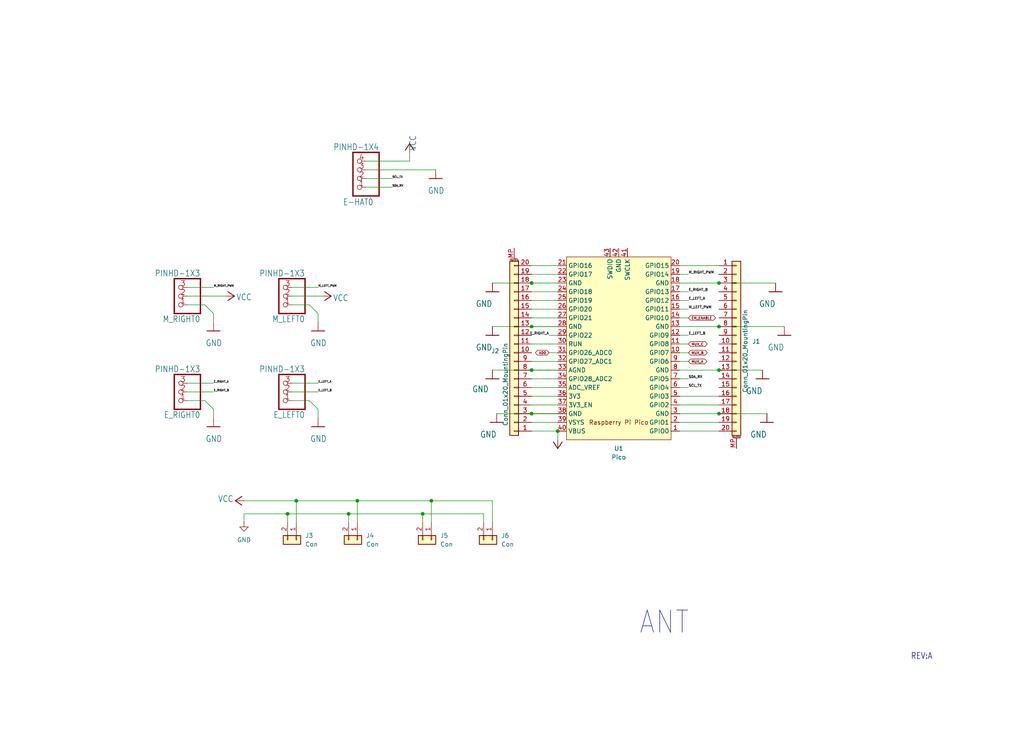
<source format=kicad_sch>
(kicad_sch (version 20250114) (generator "eeschema") (generator_version "9.0")
  (paper "User" 298.45 217.322)
  (lib_symbols
    (symbol "Connector_Generic:Conn_01x02" (pin_names (offset 1.016) (hide yes))
      (property "Reference" "J" (at 0 2.54 0))
      (property "Value" "Conn_01x02" (at 0 -5.08 0))
      (symbol "Conn_01x02_1_1"
        (rectangle (start -1.27 1.27) (end 1.27 -3.81) (stroke (width 0.254)) (fill (type background)))
        (rectangle (start -1.27 0.127) (end 0 -0.127) (stroke (width 0.1524)))
        (rectangle (start -1.27 -2.413) (end 0 -2.667) (stroke (width 0.1524)))
        (pin passive line (at -5.08 0 0) (length 3.81) (name "Pin_1") (number "1"))
        (pin passive line (at -5.08 -2.54 0) (length 3.81) (name "Pin_2") (number "2"))
      )
    )
    (symbol "Connector_Generic_MountingPin:Conn_01x20_MountingPin" (pin_names (offset 1.016) (hide yes))
      (property "Reference" "J" (at 0 25.4 0))
      (property "Value" "Conn_01x20_MountingPin" (at 1.27 -27.94 0))
      (symbol "Conn_01x20_MountingPin_1_1"
        (rectangle (start -1.27 24.13) (end 1.27 -26.67) (stroke (width 0.254)) (fill (type background)))
        (rectangle (start -1.27 22.987) (end 0 22.733) (stroke (width 0.1524)))
        (rectangle (start -1.27 20.447) (end 0 20.193) (stroke (width 0.1524)))
        (rectangle (start -1.27 17.907) (end 0 17.653) (stroke (width 0.1524)))
        (rectangle (start -1.27 15.367) (end 0 15.113) (stroke (width 0.1524)))
        (rectangle (start -1.27 12.827) (end 0 12.573) (stroke (width 0.1524)))
        (rectangle (start -1.27 10.287) (end 0 10.033) (stroke (width 0.1524)))
        (rectangle (start -1.27 7.747) (end 0 7.493) (stroke (width 0.1524)))
        (rectangle (start -1.27 5.207) (end 0 4.953) (stroke (width 0.1524)))
        (rectangle (start -1.27 2.667) (end 0 2.413) (stroke (width 0.1524)))
        (rectangle (start -1.27 0.127) (end 0 -0.127) (stroke (width 0.1524)))
        (rectangle (start -1.27 -2.413) (end 0 -2.667) (stroke (width 0.1524)))
        (rectangle (start -1.27 -4.953) (end 0 -5.207) (stroke (width 0.1524)))
        (rectangle (start -1.27 -7.493) (end 0 -7.747) (stroke (width 0.1524)))
        (rectangle (start -1.27 -10.033) (end 0 -10.287) (stroke (width 0.1524)))
        (rectangle (start -1.27 -12.573) (end 0 -12.827) (stroke (width 0.1524)))
        (rectangle (start -1.27 -15.113) (end 0 -15.367) (stroke (width 0.1524)))
        (rectangle (start -1.27 -17.653) (end 0 -17.907) (stroke (width 0.1524)))
        (rectangle (start -1.27 -20.193) (end 0 -20.447) (stroke (width 0.1524)))
        (rectangle (start -1.27 -22.733) (end 0 -22.987) (stroke (width 0.1524)))
        (rectangle (start -1.27 -25.273) (end 0 -25.527) (stroke (width 0.1524)))
        (polyline (pts (xy -1.016 -27.432) (xy 1.016 -27.432)) (stroke (width 0.1524)))
        (text "Mounting" (at 0 -27.051 0) (effects (font (size 0.381 0.381))))
        (pin passive line (at -5.08 22.86 0) (length 3.81) (name "Pin_1") (number "1"))
        (pin passive line (at -5.08 20.32 0) (length 3.81) (name "Pin_2") (number "2"))
        (pin passive line (at -5.08 17.78 0) (length 3.81) (name "Pin_3") (number "3"))
        (pin passive line (at -5.08 15.24 0) (length 3.81) (name "Pin_4") (number "4"))
        (pin passive line (at -5.08 12.7 0) (length 3.81) (name "Pin_5") (number "5"))
        (pin passive line (at -5.08 10.16 0) (length 3.81) (name "Pin_6") (number "6"))
        (pin passive line (at -5.08 7.62 0) (length 3.81) (name "Pin_7") (number "7"))
        (pin passive line (at -5.08 5.08 0) (length 3.81) (name "Pin_8") (number "8"))
        (pin passive line (at -5.08 2.54 0) (length 3.81) (name "Pin_9") (number "9"))
        (pin passive line (at -5.08 0 0) (length 3.81) (name "Pin_10") (number "10"))
        (pin passive line (at -5.08 -2.54 0) (length 3.81) (name "Pin_11") (number "11"))
        (pin passive line (at -5.08 -5.08 0) (length 3.81) (name "Pin_12") (number "12"))
        (pin passive line (at -5.08 -7.62 0) (length 3.81) (name "Pin_13") (number "13"))
        (pin passive line (at -5.08 -10.16 0) (length 3.81) (name "Pin_14") (number "14"))
        (pin passive line (at -5.08 -12.7 0) (length 3.81) (name "Pin_15") (number "15"))
        (pin passive line (at -5.08 -15.24 0) (length 3.81) (name "Pin_16") (number "16"))
        (pin passive line (at -5.08 -17.78 0) (length 3.81) (name "Pin_17") (number "17"))
        (pin passive line (at -5.08 -20.32 0) (length 3.81) (name "Pin_18") (number "18"))
        (pin passive line (at -5.08 -22.86 0) (length 3.81) (name "Pin_19") (number "19"))
        (pin passive line (at -5.08 -25.4 0) (length 3.81) (name "Pin_20") (number "20"))
        (pin passive line (at 0 -30.48 90) (length 3.048) (name "MountPin") (number "MP"))
      )
    )
    (symbol "MCU_RaspberryPi_and_Boards:Pico"
      (property "Reference" "U" (at -13.97 27.94 0))
      (property "Value" "Pico" (at 0 19.05 0))
      (symbol "Pico_0_0"
        (text "Raspberry Pi Pico" (at 0 21.59 0) (effects (font (size 1.27 1.27))))
      )
      (symbol "Pico_0_1"
        (rectangle (start -15.24 26.67) (end 15.24 -26.67) (fill (type background)))
      )
      (symbol "Pico_1_1"
        (pin bidirectional line (at -17.78 24.13 0) (length 2.54) (name "GPIO0") (number "1"))
        (pin bidirectional line (at -17.78 21.59 0) (length 2.54) (name "GPIO1") (number "2"))
        (pin power_in line (at -17.78 19.05 0) (length 2.54) (name "GND") (number "3"))
        (pin bidirectional line (at -17.78 16.51 0) (length 2.54) (name "GPIO2") (number "4"))
        (pin bidirectional line (at -17.78 13.97 0) (length 2.54) (name "GPIO3") (number "5"))
        (pin bidirectional line (at -17.78 11.43 0) (length 2.54) (name "GPIO4") (number "6"))
        (pin bidirectional line (at -17.78 8.89 0) (length 2.54) (name "GPIO5") (number "7"))
        (pin power_in line (at -17.78 6.35 0) (length 2.54) (name "GND") (number "8"))
        (pin bidirectional line (at -17.78 3.81 0) (length 2.54) (name "GPIO6") (number "9"))
        (pin bidirectional line (at -17.78 1.27 0) (length 2.54) (name "GPIO7") (number "10"))
        (pin bidirectional line (at -17.78 -1.27 0) (length 2.54) (name "GPIO8") (number "11"))
        (pin bidirectional line (at -17.78 -3.81 0) (length 2.54) (name "GPIO9") (number "12"))
        (pin power_in line (at -17.78 -6.35 0) (length 2.54) (name "GND") (number "13"))
        (pin bidirectional line (at -17.78 -8.89 0) (length 2.54) (name "GPIO10") (number "14"))
        (pin bidirectional line (at -17.78 -11.43 0) (length 2.54) (name "GPIO11") (number "15"))
        (pin bidirectional line (at -17.78 -13.97 0) (length 2.54) (name "GPIO12") (number "16"))
        (pin bidirectional line (at -17.78 -16.51 0) (length 2.54) (name "GPIO13") (number "17"))
        (pin power_in line (at -17.78 -19.05 0) (length 2.54) (name "GND") (number "18"))
        (pin bidirectional line (at -17.78 -21.59 0) (length 2.54) (name "GPIO14") (number "19"))
        (pin bidirectional line (at -17.78 -24.13 0) (length 2.54) (name "GPIO15") (number "20"))
        (pin input line (at -2.54 -29.21 90) (length 2.54) (name "SWCLK") (number "41"))
        (pin power_in line (at 0 -29.21 90) (length 2.54) (name "GND") (number "42"))
        (pin bidirectional line (at 2.54 -29.21 90) (length 2.54) (name "SWDIO") (number "43"))
        (pin power_in line (at 17.78 24.13 180) (length 2.54) (name "VBUS") (number "40"))
        (pin power_in line (at 17.78 21.59 180) (length 2.54) (name "VSYS") (number "39"))
        (pin bidirectional line (at 17.78 19.05 180) (length 2.54) (name "GND") (number "38"))
        (pin input line (at 17.78 16.51 180) (length 2.54) (name "3V3_EN") (number "37"))
        (pin power_in line (at 17.78 13.97 180) (length 2.54) (name "3V3") (number "36"))
        (pin power_in line (at 17.78 11.43 180) (length 2.54) (name "ADC_VREF") (number "35"))
        (pin bidirectional line (at 17.78 8.89 180) (length 2.54) (name "GPIO28_ADC2") (number "34"))
        (pin power_in line (at 17.78 6.35 180) (length 2.54) (name "AGND") (number "33"))
        (pin bidirectional line (at 17.78 3.81 180) (length 2.54) (name "GPIO27_ADC1") (number "32"))
        (pin bidirectional line (at 17.78 1.27 180) (length 2.54) (name "GPIO26_ADC0") (number "31"))
        (pin input line (at 17.78 -1.27 180) (length 2.54) (name "RUN") (number "30"))
        (pin bidirectional line (at 17.78 -3.81 180) (length 2.54) (name "GPIO22") (number "29"))
        (pin power_in line (at 17.78 -6.35 180) (length 2.54) (name "GND") (number "28"))
        (pin bidirectional line (at 17.78 -8.89 180) (length 2.54) (name "GPIO21") (number "27"))
        (pin bidirectional line (at 17.78 -11.43 180) (length 2.54) (name "GPIO20") (number "26"))
        (pin bidirectional line (at 17.78 -13.97 180) (length 2.54) (name "GPIO19") (number "25"))
        (pin bidirectional line (at 17.78 -16.51 180) (length 2.54) (name "GPIO18") (number "24"))
        (pin power_in line (at 17.78 -19.05 180) (length 2.54) (name "GND") (number "23"))
        (pin bidirectional line (at 17.78 -21.59 180) (length 2.54) (name "GPIO17") (number "22"))
        (pin bidirectional line (at 17.78 -24.13 180) (length 2.54) (name "GPIO16") (number "21"))
      )
    )
    (symbol "board-eagle-import:pinhead_PINHD-1X3"
      (property "Reference" "JP" (at -6.35 5.715 0))
      (symbol "pinhead_PINHD-1X3_1_0"
        (polyline (pts (xy -6.35 5.08) (xy -6.35 -5.08)) (stroke (width 0.4064)))
        (polyline (pts (xy -6.35 -5.08) (xy 1.27 -5.08)) (stroke (width 0.4064)))
        (polyline (pts (xy 1.27 5.08) (xy -6.35 5.08)) (stroke (width 0.4064)))
        (polyline (pts (xy 1.27 -5.08) (xy 1.27 5.08)) (stroke (width 0.4064)))
        (pin passive inverted (at -2.54 2.54 0) (length 2.54) (name "1") (number "1"))
        (pin passive inverted (at -2.54 0 0) (length 2.54) (name "2") (number "2"))
        (pin passive inverted (at -2.54 -2.54 0) (length 2.54) (name "3") (number "3"))
      )
    )
    (symbol "board-eagle-import:pinhead_PINHD-1X4"
      (property "Reference" "JP" (at -6.35 8.255 0))
      (symbol "pinhead_PINHD-1X4_1_0"
        (polyline (pts (xy -6.35 7.62) (xy -6.35 -5.08)) (stroke (width 0.4064)))
        (polyline (pts (xy -6.35 -5.08) (xy 1.27 -5.08)) (stroke (width 0.4064)))
        (polyline (pts (xy 1.27 7.62) (xy -6.35 7.62)) (stroke (width 0.4064)))
        (polyline (pts (xy 1.27 -5.08) (xy 1.27 7.62)) (stroke (width 0.4064)))
        (pin passive inverted (at -2.54 5.08 0) (length 2.54) (name "1") (number "1"))
        (pin passive inverted (at -2.54 2.54 0) (length 2.54) (name "2") (number "2"))
        (pin passive inverted (at -2.54 0 0) (length 2.54) (name "3") (number "3"))
        (pin passive inverted (at -2.54 -2.54 0) (length 2.54) (name "4") (number "4"))
      )
    )
    (symbol "board-eagle-import:supply1_371_GND" (power)
      (symbol "supply1_371_GND_1_0"
        (polyline (pts (xy -1.905 0) (xy 1.905 0)) (stroke (width 0.254)))
        (pin power_in line (at 0 2.54 270) (length 2.54) (name "GND") (number "1"))
      )
    )
    (symbol "board-eagle-import:supply1_371_VCC" (power)
      (symbol "supply1_371_VCC_1_0"
        (polyline (pts (xy 0 0) (xy -1.27 -1.905)) (stroke (width 0.254)))
        (polyline (pts (xy 1.27 -1.905) (xy 0 0)) (stroke (width 0.254)))
        (pin power_in line (at 0 -2.54 90) (length 2.54) (name "VCC") (number "1"))
      )
    )
    (symbol "power:GND" (power) (pin_numbers (hide yes)) (pin_names (offset 0) (hide yes))
      (property "Value" "GND" (at 0 -3.81 0))
      (symbol "GND_0_1"
        (polyline (pts (xy 0 0) (xy 0 -1.27) (xy 1.27 -1.27) (xy 0 -2.54) (xy -1.27 -1.27) (xy 0 -1.27)))
      )
      (symbol "GND_1_1"
        (pin power_in line (at 0 0 270) (length 0) (name "~") (number "1"))
      )
    )
  )
  (text "ANT" (at 186.182 185.42 0) (effects (font (size 6.4516 5.4838)) (justify left bottom)))
  (text "REV:A" (at 265.43 192.532 0) (effects (font (size 1.778 1.5113)) (justify left bottom)))
  (junction (at 209.55 120.65))
  (junction (at 154.94 95.25))
  (junction (at 209.55 82.55))
  (junction (at 101.6 149.86))
  (junction (at 154.94 107.95))
  (junction (at 209.55 107.95))
  (junction (at 123.19 149.86))
  (junction (at 162.56 125.73))
  (junction (at 83.82 149.86))
  (junction (at 86.36 146.05))
  (junction (at 154.94 120.65))
  (junction (at 209.55 95.25))
  (junction (at 154.94 82.55))
  (junction (at 125.73 146.05))
  (junction (at 104.14 146.05))
  (wire (pts (xy 162.56 102.87) (xy 160.02 102.87)) (stroke (width 0.1524)))
  (wire (pts (xy 154.94 118.11) (xy 162.56 118.11)))
  (wire (pts (xy 154.94 115.57) (xy 162.56 115.57)))
  (wire (pts (xy 154.94 82.55) (xy 162.56 82.55)))
  (wire (pts (xy 154.94 107.95) (xy 162.56 107.95)) (stroke (width 0.1524)))
  (wire (pts (xy 71.12 146.05) (xy 86.36 146.05)))
  (wire (pts (xy 154.94 82.55) (xy 162.56 82.55)) (stroke (width 0.1524)))
  (wire (pts (xy 85.09 116.84) (xy 90.17 116.84)) (stroke (width 0.1524)))
  (wire (pts (xy 125.73 146.05) (xy 125.73 152.4)))
  (wire (pts (xy 198.12 118.11) (xy 209.55 118.11)))
  (wire (pts (xy 83.82 149.86) (xy 71.12 149.86)))
  (wire (pts (xy 92.71 91.44) (xy 92.71 93.98)) (stroke (width 0.1524)))
  (wire (pts (xy 123.19 149.86) (xy 101.6 149.86)))
  (wire (pts (xy 85.09 83.82) (xy 92.71 83.82)) (stroke (width 0.1524)))
  (wire (pts (xy 54.61 83.82) (xy 62.23 83.82)) (stroke (width 0.1524)))
  (wire (pts (xy 154.94 120.65) (xy 162.56 120.65)))
  (wire (pts (xy 104.14 146.05) (xy 104.14 152.4)))
  (wire (pts (xy 198.12 113.03) (xy 200.66 113.03)) (stroke (width 0.1524)))
  (wire (pts (xy 198.12 80.01) (xy 200.66 80.01)) (stroke (width 0.1524)))
  (wire (pts (xy 85.09 86.36) (xy 93.98 86.36)) (stroke (width 0.1524)))
  (wire (pts (xy 154.94 100.33) (xy 162.56 100.33)))
  (wire (pts (xy 106.68 49.53) (xy 127 49.53)) (stroke (width 0.1524)))
  (wire (pts (xy 106.68 46.99) (xy 119.38 46.99)) (stroke (width 0.1524)))
  (wire (pts (xy 62.23 119.38) (xy 62.23 121.92)) (stroke (width 0.1524)))
  (wire (pts (xy 154.94 113.03) (xy 162.56 113.03)))
  (wire (pts (xy 154.94 107.95) (xy 162.56 107.95)))
  (wire (pts (xy 154.94 95.25) (xy 162.56 95.25)))
  (wire (pts (xy 90.17 88.9) (xy 92.71 91.44)) (stroke (width 0.1524)))
  (wire (pts (xy 198.12 107.95) (xy 209.55 107.95)) (stroke (width 0.1524)))
  (wire (pts (xy 54.61 111.76) (xy 62.23 111.76)) (stroke (width 0.1524)))
  (wire (pts (xy 154.94 95.25) (xy 162.56 95.25)) (stroke (width 0.1524)))
  (wire (pts (xy 54.61 114.3) (xy 62.23 114.3)) (stroke (width 0.1524)))
  (wire (pts (xy 198.12 97.79) (xy 200.66 97.79)) (stroke (width 0.1524)))
  (wire (pts (xy 106.68 54.61) (xy 114.3 54.61)) (stroke (width 0.1524)))
  (wire (pts (xy 54.61 86.36) (xy 65.786 86.36)) (stroke (width 0.1524)))
  (wire (pts (xy 104.14 146.05) (xy 86.36 146.05)))
  (wire (pts (xy 54.61 116.84) (xy 59.69 116.84)) (stroke (width 0.1524)))
  (wire (pts (xy 143.51 146.05) (xy 125.73 146.05)))
  (wire (pts (xy 92.71 119.38) (xy 92.71 121.92)) (stroke (width 0.1524)))
  (wire (pts (xy 198.12 125.73) (xy 209.55 125.73)))
  (wire (pts (xy 119.38 46.99) (xy 119.38 44.45)) (stroke (width 0.1524)))
  (wire (pts (xy 62.23 91.44) (xy 62.23 93.98)) (stroke (width 0.1524)))
  (wire (pts (xy 198.12 77.47) (xy 209.55 77.47)))
  (wire (pts (xy 154.94 120.65) (xy 162.56 120.65)) (stroke (width 0.1524)))
  (wire (pts (xy 59.69 116.84) (xy 62.23 119.38)) (stroke (width 0.1524)))
  (wire (pts (xy 154.94 92.71) (xy 162.56 92.71)))
  (wire (pts (xy 198.12 120.65) (xy 209.55 120.65)) (stroke (width 0.1524)))
  (wire (pts (xy 198.12 82.55) (xy 209.55 82.55)))
  (wire (pts (xy 198.12 105.41) (xy 200.66 105.41)) (stroke (width 0.1524)))
  (wire (pts (xy 140.97 152.4) (xy 140.97 149.86)))
  (wire (pts (xy 198.12 85.09) (xy 200.66 85.09)) (stroke (width 0.1524)))
  (wire (pts (xy 83.82 149.86) (xy 83.82 152.4)))
  (wire (pts (xy 154.94 105.41) (xy 162.56 105.41)))
  (wire (pts (xy 101.6 149.86) (xy 101.6 152.4)))
  (wire (pts (xy 154.94 82.55) (xy 153.67 82.55)))
  (wire (pts (xy 198.12 115.57) (xy 209.55 115.57)))
  (wire (pts (xy 154.94 125.73) (xy 162.56 125.73)))
  (wire (pts (xy 198.12 110.49) (xy 200.66 110.49)) (stroke (width 0.1524)))
  (wire (pts (xy 198.12 100.33) (xy 200.66 100.33)) (stroke (width 0.1524)))
  (wire (pts (xy 154.94 85.09) (xy 162.56 85.09)))
  (wire (pts (xy 154.94 77.47) (xy 162.56 77.47)))
  (wire (pts (xy 123.19 149.86) (xy 123.19 152.4)))
  (wire (pts (xy 154.94 90.17) (xy 162.56 90.17)))
  (wire (pts (xy 154.94 80.01) (xy 162.56 80.01)))
  (wire (pts (xy 209.55 107.95) (xy 222.25 107.95)) (stroke (width 0.1524)))
  (wire (pts (xy 154.94 87.63) (xy 162.56 87.63)))
  (wire (pts (xy 54.61 88.9) (xy 59.69 88.9)) (stroke (width 0.1524)))
  (wire (pts (xy 198.12 87.63) (xy 200.66 87.63)) (stroke (width 0.1524)))
  (wire (pts (xy 143.51 107.95) (xy 154.94 107.95)) (stroke (width 0.1524)))
  (wire (pts (xy 125.73 146.05) (xy 104.14 146.05)))
  (wire (pts (xy 154.94 110.49) (xy 162.56 110.49)))
  (wire (pts (xy 106.68 52.07) (xy 114.3 52.07)) (stroke (width 0.1524)))
  (wire (pts (xy 198.12 92.71) (xy 200.66 92.71)) (stroke (width 0.1524)))
  (wire (pts (xy 85.09 114.3) (xy 92.71 114.3)) (stroke (width 0.1524)))
  (wire (pts (xy 143.51 95.25) (xy 154.94 95.25)) (stroke (width 0.1524)))
  (wire (pts (xy 86.36 146.05) (xy 86.36 152.4)))
  (wire (pts (xy 71.12 149.86) (xy 71.12 152.4)))
  (wire (pts (xy 140.97 149.86) (xy 123.19 149.86)))
  (wire (pts (xy 59.69 88.9) (xy 62.23 91.44)) (stroke (width 0.1524)))
  (wire (pts (xy 198.12 90.17) (xy 200.66 90.17)) (stroke (width 0.1524)))
  (wire (pts (xy 209.55 82.55) (xy 226.06 82.55)))
  (wire (pts (xy 85.09 88.9) (xy 90.17 88.9)) (stroke (width 0.1524)))
  (wire (pts (xy 209.55 120.65) (xy 223.52 120.65)) (stroke (width 0.1524)))
  (wire (pts (xy 101.6 149.86) (xy 83.82 149.86)))
  (wire (pts (xy 143.51 82.55) (xy 154.94 82.55)) (stroke (width 0.1524)))
  (wire (pts (xy 198.12 123.19) (xy 209.55 123.19)))
  (wire (pts (xy 209.55 95.25) (xy 228.6 95.25)) (stroke (width 0.1524)))
  (wire (pts (xy 85.09 111.76) (xy 92.71 111.76)) (stroke (width 0.1524)))
  (wire (pts (xy 154.94 95.25) (xy 153.67 95.25)))
  (wire (pts (xy 198.12 95.25) (xy 209.55 95.25)) (stroke (width 0.1524)))
  (wire (pts (xy 162.56 97.79) (xy 160.02 97.79)) (stroke (width 0.1524)))
  (wire (pts (xy 90.17 116.84) (xy 92.71 119.38)) (stroke (width 0.1524)))
  (wire (pts (xy 143.51 152.4) (xy 143.51 146.05)))
  (wire (pts (xy 162.56 125.73) (xy 162.56 128.27)) (stroke (width 0.1524)))
  (wire (pts (xy 154.94 123.19) (xy 162.56 123.19)))
  (wire (pts (xy 198.12 102.87) (xy 200.66 102.87)) (stroke (width 0.1524)))
  (wire (pts (xy 144.78 120.65) (xy 154.94 120.65)) (stroke (width 0.1524)))
  (label "E_RIGHT_A" (at 62.23 111.76 0) (effects (font (size 0.569 0.569))))
  (label "E_LEFT_B" (at 200.66 97.79 0) (effects (font (size 0.7112 0.7112))))
  (label "E_RIGHT_B" (at 200.66 85.09 0) (effects (font (size 0.7112 0.7112))))
  (label "E_LEFT_B" (at 92.71 114.3 0) (effects (font (size 0.569 0.569))))
  (label "E_LEFT_A" (at 92.71 111.76 0) (effects (font (size 0.569 0.569))))
  (label "M_RIGHT_PWM" (at 62.23 83.82 0) (effects (font (size 0.569 0.569))))
  (label "M_RIGHT_PWM" (at 200.66 80.01 0) (effects (font (size 0.7112 0.7112))))
  (label "SCL_TX" (at 200.66 113.03 0) (effects (font (size 0.7112 0.7112))))
  (label "SCL_TX" (at 114.3 52.07 0) (effects (font (size 0.569 0.569))))
  (label "SDA_RX" (at 114.3 54.61 0) (effects (font (size 0.569 0.569))))
  (label "E_RIGHT_B" (at 62.23 114.3 0) (effects (font (size 0.569 0.569))))
  (label "M_LEFT_PWM" (at 200.66 90.17 0) (effects (font (size 0.7112 0.7112))))
  (label "E_LEFT_A" (at 200.66 87.63 0) (effects (font (size 0.7112 0.7112))))
  (label "SDA_RX" (at 200.66 110.49 0) (effects (font (size 0.7112 0.7112))))
  (label "M_LEFT_PWM" (at 92.71 83.82 0) (effects (font (size 0.569 0.569))))
  (label "E_RIGHT_A" (at 160.02 97.79 180) (effects (font (size 0.7112 0.7112))))
  (global_label "EM_ENABLE" (shape bidirectional) (at 200.66 92.71 0) (effects (font (size 0.7112 0.7112))) (property "Intersheetrefs" "${INTERSHEET_REFS}" (effects (hide yes))))
  (global_label "MUX_A" (shape bidirectional) (at 200.66 105.41 0) (effects (font (size 0.7112 0.7112))) (property "Intersheetrefs" "${INTERSHEET_REFS}" (effects (hide yes))))
  (global_label "MUX_C" (shape bidirectional) (at 200.66 100.33 0) (effects (font (size 0.7112 0.7112))) (property "Intersheetrefs" "${INTERSHEET_REFS}" (effects (hide yes))))
  (global_label "AD0" (shape bidirectional) (at 160.02 102.87 180) (effects (font (size 0.7112 0.7112))) (property "Intersheetrefs" "${INTERSHEET_REFS}" (effects (hide yes))))
  (global_label "MUX_B" (shape bidirectional) (at 200.66 102.87 0) (effects (font (size 0.7112 0.7112))) (property "Intersheetrefs" "${INTERSHEET_REFS}" (effects (hide yes))))
  (symbol (lib_id "board-eagle-import:supply1_371_GND") (at 143.51 110.49 0) (unit 1)
    (property "Reference" "#GND034" (effects (hide yes)))
    (property "Value" "GND" (at 142.494 112.522 0) (effects (font (size 1.778 1.5113)) (justify right top)))
  )
  (symbol (lib_id "board-eagle-import:supply1_371_GND") (at 62.23 96.52 0) (unit 1)
    (property "Reference" "#GND6" (effects (hide yes)))
    (property "Value" "GND" (at 64.77 99.06 0) (effects (font (size 1.778 1.5113)) (justify right top)))
  )
  (symbol (lib_id "board-eagle-import:pinhead_PINHD-1X3") (at 52.07 114.3 180) (unit 1)
    (property "Reference" "E_RIGHT0" (at 58.42 120.015 0) (effects (font (size 1.778 1.5113)) (justify left bottom)))
    (property "Value" "PINHD-1X3" (at 58.42 106.68 0) (effects (font (size 1.778 1.5113)) (justify left bottom)))
    (property "Footprint" "board:1X03" (effects (hide yes)))
  )
  (symbol (lib_id "board-eagle-import:supply1_371_GND") (at 228.6 97.79 0) (unit 1)
    (property "Reference" "#GND5" (effects (hide yes)))
    (property "Value" "GND" (at 228.6 100.33 0) (effects (font (size 1.778 1.5113)) (justify right top)))
  )
  (symbol (lib_id "power:GND") (at 71.12 152.4 0) (unit 1)
    (property "Reference" "#PWR01" (effects (hide yes)))
    (property "Value" "GND" (at 71.12 157.48 0))
    (property "Description" "Power symbol creates a global label with name \"GND\" , ground" (effects (hide yes)))
  )
  (symbol (lib_id "MCU_RaspberryPi_and_Boards:Pico") (at 180.34 101.6 180) (unit 1)
    (property "Reference" "U1" (at 180.34 130.81 0))
    (property "Value" "Pico" (at 180.34 133.35 0))
    (property "Footprint" "MCU_RaspberryPi_and_Boards:RPi_Pico_SMD_TH" (effects (hide yes)))
  )
  (symbol (lib_id "board-eagle-import:supply1_371_GND") (at 143.51 97.79 0) (unit 1)
    (property "Reference" "#GND032" (effects (hide yes)))
    (property "Value" "GND" (at 143.51 100.33 0) (effects (font (size 1.778 1.5113)) (justify right top)))
  )
  (symbol (lib_id "board-eagle-import:supply1_371_GND") (at 92.71 124.46 0) (unit 1)
    (property "Reference" "#GND9" (effects (hide yes)))
    (property "Value" "GND" (at 95.25 127 0) (effects (font (size 1.778 1.5113)) (justify right top)))
  )
  (symbol (lib_id "board-eagle-import:pinhead_PINHD-1X3") (at 82.55 86.36 180) (unit 1)
    (property "Reference" "M_LEFT0" (at 88.9 92.075 0) (effects (font (size 1.778 1.5113)) (justify left bottom)))
    (property "Value" "PINHD-1X3" (at 88.9 78.74 0) (effects (font (size 1.778 1.5113)) (justify left bottom)))
    (property "Footprint" "board:1X03" (effects (hide yes)))
  )
  (symbol (lib_id "board-eagle-import:supply1_371_GND") (at 144.78 123.19 0) (unit 1)
    (property "Reference" "#GND033" (effects (hide yes)))
    (property "Value" "GND" (at 144.78 125.73 0) (effects (font (size 1.778 1.5113)) (justify right top)))
  )
  (symbol (lib_id "board-eagle-import:pinhead_PINHD-1X4") (at 104.14 49.53 180) (unit 1)
    (property "Reference" "E-HAT0" (at 108.8898 57.9628 0) (effects (font (size 1.778 1.5113)) (justify left bottom)))
    (property "Value" "PINHD-1X4" (at 110.49 41.91 0) (effects (font (size 1.778 1.5113)) (justify left bottom)))
    (property "Footprint" "board:1X04" (effects (hide yes)))
  )
  (symbol (lib_id "board-eagle-import:supply1_371_VCC") (at 68.326 86.36 270) (unit 1)
    (property "Reference" "#P+12" (effects (hide yes)))
    (property "Value" "VCC" (at 68.834 87.63 90) (effects (font (size 1.778 1.5113)) (justify left bottom)))
  )
  (symbol (lib_id "board-eagle-import:supply1_371_VCC") (at 119.38 41.91 0) (unit 1)
    (property "Reference" "#P+22" (effects (hide yes)))
    (property "Value" "VCC" (at 119.38 39.37 90) (effects (font (size 1.778 1.5113)) (justify right top)))
  )
  (symbol (lib_id "Connector_Generic:Conn_01x02") (at 104.14 157.48 270) (unit 1)
    (property "Reference" "J4" (at 106.68 156.2099 90) (effects (justify left)))
    (property "Value" "Con" (at 106.68 158.7499 90) (effects (justify left)))
    (property "Footprint" "Connector_PinHeader_2.54mm:PinHeader_1x02_P2.54mm_Vertical" (effects (hide yes)))
    (property "Description" "Generic connector, single row, 01x02, script generated (kicad-library-utils/schlib/autogen/connector/)" (effects (hide yes)))
  )
  (symbol (lib_id "board-eagle-import:supply1_371_GND") (at 127 52.07 0) (unit 1)
    (property "Reference" "#GND18" (effects (hide yes)))
    (property "Value" "GND" (at 129.54 54.61 0) (effects (font (size 1.778 1.5113)) (justify right top)))
  )
  (symbol (lib_id "board-eagle-import:supply1_371_VCC") (at 96.52 86.36 270) (unit 1)
    (property "Reference" "#P+13" (effects (hide yes)))
    (property "Value" "VCC" (at 97.028 87.884 90) (effects (font (size 1.778 1.5113)) (justify left bottom)))
  )
  (symbol (lib_id "board-eagle-import:pinhead_PINHD-1X3") (at 82.55 114.3 180) (unit 1)
    (property "Reference" "E_LEFT0" (at 88.9 120.015 0) (effects (font (size 1.778 1.5113)) (justify left bottom)))
    (property "Value" "PINHD-1X3" (at 88.9 106.68 0) (effects (font (size 1.778 1.5113)) (justify left bottom)))
    (property "Footprint" "board:1X03" (effects (hide yes)))
  )
  (symbol (lib_id "board-eagle-import:supply1_371_GND") (at 223.52 123.19 0) (unit 1)
    (property "Reference" "#GND031" (effects (hide yes)))
    (property "Value" "GND" (at 223.52 125.73 0) (effects (font (size 1.778 1.5113)) (justify right top)))
  )
  (symbol (lib_id "Connector_Generic:Conn_01x02") (at 125.73 157.48 270) (unit 1)
    (property "Reference" "J5" (at 128.27 156.2099 90) (effects (justify left)))
    (property "Value" "Con" (at 128.27 158.7499 90) (effects (justify left)))
    (property "Footprint" "Connector_PinHeader_2.54mm:PinHeader_1x02_P2.54mm_Vertical" (effects (hide yes)))
    (property "Description" "Generic connector, single row, 01x02, script generated (kicad-library-utils/schlib/autogen/connector/)" (effects (hide yes)))
  )
  (symbol (lib_id "board-eagle-import:supply1_371_GND") (at 226.06 85.09 0) (unit 1)
    (property "Reference" "#GND030" (effects (hide yes)))
    (property "Value" "GND" (at 226.06 87.63 0) (effects (font (size 1.778 1.5113)) (justify right top)))
  )
  (symbol (lib_id "board-eagle-import:supply1_371_GND") (at 92.71 96.52 0) (unit 1)
    (property "Reference" "#GND7" (effects (hide yes)))
    (property "Value" "GND" (at 95.25 99.06 0) (effects (font (size 1.778 1.5113)) (justify right top)))
  )
  (symbol (lib_id "board-eagle-import:supply1_371_GND") (at 143.51 85.09 0) (unit 1)
    (property "Reference" "#GND2" (effects (hide yes)))
    (property "Value" "GND" (at 143.51 87.63 0) (effects (font (size 1.778 1.5113)) (justify right top)))
  )
  (symbol (lib_id "board-eagle-import:pinhead_PINHD-1X3") (at 52.07 86.36 180) (unit 1)
    (property "Reference" "M_RIGHT0" (at 58.42 92.075 0) (effects (font (size 1.778 1.5113)) (justify left bottom)))
    (property "Value" "PINHD-1X3" (at 58.42 78.74 0) (effects (font (size 1.778 1.5113)) (justify left bottom)))
    (property "Footprint" "board:1X03" (effects (hide yes)))
  )
  (symbol (lib_id "board-eagle-import:supply1_371_GND") (at 222.25 110.49 0) (unit 1)
    (property "Reference" "#GND12" (effects (hide yes)))
    (property "Value" "GND" (at 222.25 113.03 0) (effects (font (size 1.778 1.5113)) (justify right top)))
  )
  (symbol (lib_id "board-eagle-import:supply1_371_GND") (at 62.23 124.46 0) (unit 1)
    (property "Reference" "#GND8" (effects (hide yes)))
    (property "Value" "GND" (at 64.77 127 0) (effects (font (size 1.778 1.5113)) (justify right top)))
  )
  (symbol (lib_id "Connector_Generic:Conn_01x02") (at 86.36 157.48 270) (unit 1)
    (property "Reference" "J3" (at 88.9 156.2099 90) (effects (justify left)))
    (property "Value" "Con" (at 88.9 158.7499 90) (effects (justify left)))
    (property "Footprint" "Connector_PinHeader_2.54mm:PinHeader_1x02_P2.54mm_Vertical" (effects (hide yes)))
    (property "Description" "Generic connector, single row, 01x02, script generated (kicad-library-utils/schlib/autogen/connector/)" (effects (hide yes)))
  )
  (symbol (lib_id "board-eagle-import:supply1_371_VCC") (at 68.58 146.05 90) (unit 1)
    (property "Reference" "#P+08" (effects (hide yes)))
    (property "Value" "VCC" (at 68.072 144.526 90) (effects (font (size 1.778 1.5113)) (justify left bottom)))
  )
  (symbol (lib_id "Connector_Generic:Conn_01x02") (at 143.51 157.48 270) (unit 1)
    (property "Reference" "J6" (at 146.05 156.2099 90) (effects (justify left)))
    (property "Value" "Con" (at 146.05 158.7499 90) (effects (justify left)))
    (property "Footprint" "Connector_PinHeader_2.54mm:PinHeader_1x02_P2.54mm_Vertical" (effects (hide yes)))
    (property "Description" "Generic connector, single row, 01x02, script generated (kicad-library-utils/schlib/autogen/connector/)" (effects (hide yes)))
  )
  (symbol (lib_id "Connector_Generic_MountingPin:Conn_01x20_MountingPin") (at 214.63 100.33 0) (unit 1)
    (property "Reference" "J1" (at 219.202 99.568 0) (effects (justify left)))
    (property "Value" "Conn_01x20_MountingPin" (at 217.17 114.554 90) (effects (justify left)))
    (property "Footprint" "Connector_PinHeader_2.54mm:PinHeader_1x20_P2.54mm_Vertical" (effects (hide yes)))
    (property "Description" "Generic connectable mounting pin connector, single row, 01x20, script generated (kicad-library-utils/schlib/autogen/connector/)" (effects (hide yes)))
  )
  (symbol (lib_id "board-eagle-import:supply1_371_VCC") (at 162.56 130.81 180) (unit 1)
    (property "Reference" "#P+1" (effects (hide yes)))
    (property "Value" "VCC" (effects (hide yes)))
  )
  (symbol (lib_id "Connector_Generic_MountingPin:Conn_01x20_MountingPin") (at 149.86 102.87 180) (unit 1)
    (property "Reference" "J2" (at 145.542 102.362 0) (effects (justify left)))
    (property "Value" "Conn_01x20_MountingPin" (at 147.32 99.9745 90) (effects (justify left)))
    (property "Footprint" "Connector_PinHeader_2.54mm:PinHeader_1x20_P2.54mm_Vertical" (effects (hide yes)))
    (property "Description" "Generic connectable mounting pin connector, single row, 01x20, script generated (kicad-library-utils/schlib/autogen/connector/)" (effects (hide yes)))
  )
)
</source>
